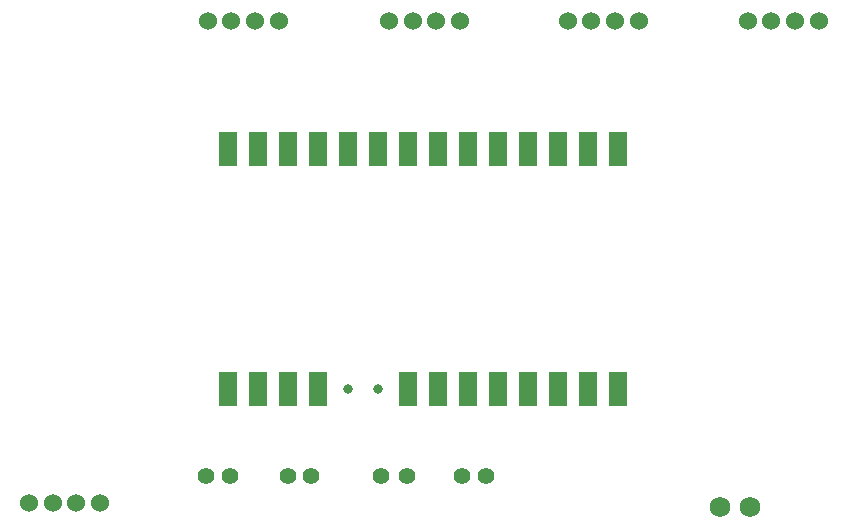
<source format=gtl>
G04 Layer: TopLayer*
G04 EasyEDA v6.4.25, 2022-01-18T14:28:11+01:00*
G04 Gerber Generator version 0.2*
G04 Scale: 100 percent, Rotated: No, Reflected: No *
G04 Dimensions in millimeters *
G04 leading zeros omitted , absolute positions ,4 integer and 5 decimal *
%FSLAX45Y45*%
%MOMM*%

%ADD11C,1.5240*%
%ADD12R,1.5000X3.0000*%
%ADD13C,0.8000*%
%ADD14C,1.7500*%
%ADD15C,1.4000*%

%LPD*%
D11*
G01*
X11996699Y4851400D03*
G01*
X11396700Y4851400D03*
G01*
X11596700Y4851400D03*
G01*
X11796699Y4851400D03*
G01*
X18079999Y8928100D03*
G01*
X17480000Y8928100D03*
G01*
X17680000Y8928100D03*
G01*
X17879999Y8928100D03*
D12*
G01*
X13081000Y5816600D03*
G01*
X13335000Y5816600D03*
G01*
X13589000Y5816600D03*
G01*
X13843000Y5816600D03*
D13*
G01*
X14351000Y5816600D03*
D12*
G01*
X14605000Y5816600D03*
G01*
X14859000Y5816600D03*
G01*
X15113000Y5816600D03*
G01*
X15367000Y5816600D03*
G01*
X15621000Y5816600D03*
G01*
X15875000Y5816600D03*
G01*
X16129000Y5816600D03*
G01*
X16383000Y5816600D03*
G01*
X13081000Y7848600D03*
G01*
X13335000Y7848600D03*
G01*
X13589000Y7848600D03*
G01*
X13843000Y7848600D03*
G01*
X14097000Y7848600D03*
G01*
X14351000Y7848600D03*
G01*
X14605000Y7848600D03*
G01*
X14859000Y7848600D03*
G01*
X15113000Y7848600D03*
G01*
X15367000Y7848600D03*
G01*
X15621000Y7848600D03*
G01*
X15875000Y7848600D03*
G01*
X16129000Y7848600D03*
G01*
X16383000Y7848600D03*
D13*
G01*
X14097000Y5816600D03*
D11*
G01*
X12908000Y8928100D03*
G01*
X13108000Y8928100D03*
G01*
X13307999Y8928100D03*
G01*
X13507999Y8928100D03*
G01*
X14444700Y8928100D03*
G01*
X14644700Y8928100D03*
G01*
X14844699Y8928100D03*
G01*
X15044699Y8928100D03*
G01*
X15956000Y8928100D03*
G01*
X16156000Y8928100D03*
G01*
X16355999Y8928100D03*
G01*
X16555999Y8928100D03*
D14*
G01*
X17246600Y4813300D03*
G01*
X17500600Y4813300D03*
D15*
G01*
X13093700Y5080000D03*
G01*
X12890500Y5080000D03*
G01*
X13589000Y5080000D03*
G01*
X13779500Y5080000D03*
G01*
X14376400Y5080000D03*
G01*
X14592300Y5080000D03*
G01*
X15062200Y5080000D03*
G01*
X15265400Y5080000D03*
M02*

</source>
